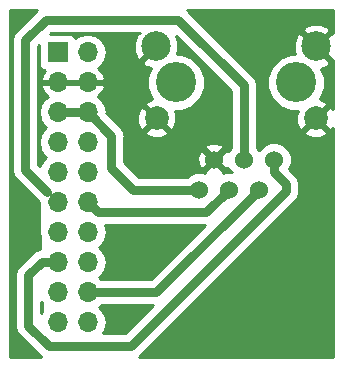
<source format=gbr>
G04 #@! TF.GenerationSoftware,KiCad,Pcbnew,5.0.2-bee76a0~70~ubuntu18.04.1*
G04 #@! TF.CreationDate,2020-01-29T09:52:59-03:00*
G04 #@! TF.ProjectId,conector,636f6e65-6374-46f7-922e-6b696361645f,rev?*
G04 #@! TF.SameCoordinates,Original*
G04 #@! TF.FileFunction,Copper,L1,Top*
G04 #@! TF.FilePolarity,Positive*
%FSLAX46Y46*%
G04 Gerber Fmt 4.6, Leading zero omitted, Abs format (unit mm)*
G04 Created by KiCad (PCBNEW 5.0.2-bee76a0~70~ubuntu18.04.1) date qua 29 jan 2020 09:52:59 -03*
%MOMM*%
%LPD*%
G01*
G04 APERTURE LIST*
G04 #@! TA.AperFunction,ComponentPad*
%ADD10R,1.700000X1.700000*%
G04 #@! TD*
G04 #@! TA.AperFunction,ComponentPad*
%ADD11O,1.700000X1.700000*%
G04 #@! TD*
G04 #@! TA.AperFunction,ComponentPad*
%ADD12C,2.000000*%
G04 #@! TD*
G04 #@! TA.AperFunction,ComponentPad*
%ADD13C,1.524000*%
G04 #@! TD*
G04 #@! TA.AperFunction,ComponentPad*
%ADD14C,3.400000*%
G04 #@! TD*
G04 #@! TA.AperFunction,ComponentPad*
%ADD15C,2.500000*%
G04 #@! TD*
G04 #@! TA.AperFunction,Conductor*
%ADD16C,0.750000*%
G04 #@! TD*
G04 #@! TA.AperFunction,Conductor*
%ADD17C,0.254000*%
G04 #@! TD*
G04 #@! TA.AperFunction,NonConductor*
%ADD18C,0.254000*%
G04 #@! TD*
G04 APERTURE END LIST*
D10*
G04 #@! TO.P,J2,1*
G04 #@! TO.N,Net-(J2-Pad1)*
X112880000Y-37914614D03*
D11*
G04 #@! TO.P,J2,2*
G04 #@! TO.N,Net-(J2-Pad2)*
X115420000Y-37914614D03*
G04 #@! TO.P,J2,3*
G04 #@! TO.N,Earth*
X112880000Y-40454614D03*
G04 #@! TO.P,J2,4*
X115420000Y-40454614D03*
G04 #@! TO.P,J2,5*
G04 #@! TO.N,+5V*
X112880000Y-42994614D03*
G04 #@! TO.P,J2,6*
X115420000Y-42994614D03*
G04 #@! TO.P,J2,7*
G04 #@! TO.N,Net-(J2-Pad7)*
X112880000Y-45534614D03*
G04 #@! TO.P,J2,8*
G04 #@! TO.N,Net-(J2-Pad8)*
X115420000Y-45534614D03*
G04 #@! TO.P,J2,9*
G04 #@! TO.N,Net-(J2-Pad9)*
X112880000Y-48074614D03*
G04 #@! TO.P,J2,10*
G04 #@! TO.N,Net-(J2-Pad10)*
X115420000Y-48074614D03*
G04 #@! TO.P,J2,11*
G04 #@! TO.N,/MISO*
X112880000Y-50614614D03*
G04 #@! TO.P,J2,12*
G04 #@! TO.N,/MOSI*
X115420000Y-50614614D03*
G04 #@! TO.P,J2,13*
G04 #@! TO.N,Net-(J2-Pad13)*
X112880000Y-53154614D03*
G04 #@! TO.P,J2,14*
G04 #@! TO.N,Net-(J2-Pad14)*
X115420000Y-53154614D03*
G04 #@! TO.P,J2,15*
G04 #@! TO.N,/CS*
X112880000Y-55694614D03*
G04 #@! TO.P,J2,16*
G04 #@! TO.N,Net-(J2-Pad16)*
X115420000Y-55694614D03*
G04 #@! TO.P,J2,17*
G04 #@! TO.N,Net-(J2-Pad17)*
X112880000Y-58234614D03*
G04 #@! TO.P,J2,18*
G04 #@! TO.N,/CLK*
X115420000Y-58234614D03*
G04 #@! TO.P,J2,19*
G04 #@! TO.N,Net-(J2-Pad19)*
X112880000Y-60774614D03*
G04 #@! TO.P,J2,20*
G04 #@! TO.N,Net-(J2-Pad20)*
X115420000Y-60774614D03*
G04 #@! TD*
D12*
G04 #@! TO.P,J1,0*
G04 #@! TO.N,Earth*
X121270000Y-43512934D03*
X134730000Y-43512934D03*
D13*
G04 #@! TO.P,J1,3*
G04 #@! TO.N,/MOSI*
X127395480Y-49533274D03*
G04 #@! TO.P,J1,5*
G04 #@! TO.N,/CLK*
X129935480Y-49533274D03*
G04 #@! TO.P,J1,1*
G04 #@! TO.N,+5V*
X124855480Y-49533274D03*
G04 #@! TO.P,J1,6*
G04 #@! TO.N,/CS*
X131205480Y-46993274D03*
G04 #@! TO.P,J1,4*
G04 #@! TO.N,/MISO*
X128665480Y-46993274D03*
G04 #@! TO.P,J1,2*
G04 #@! TO.N,Earth*
X126125480Y-46993274D03*
D14*
G04 #@! TO.P,J1,0*
G04 #@! TO.N,N/C*
X122920000Y-40465474D03*
X133080000Y-40462934D03*
D15*
G04 #@! TO.N,Earth*
X134780000Y-37415474D03*
X121220000Y-37415474D03*
G04 #@! TD*
D16*
G04 #@! TO.N,/MOSI*
X116269999Y-51464613D02*
X115420000Y-50614614D01*
X125464141Y-51464613D02*
X116269999Y-51464613D01*
X127395480Y-49533274D02*
X125464141Y-51464613D01*
G04 #@! TO.N,+5V*
X124855480Y-49533274D02*
X119288660Y-49533274D01*
X119288660Y-49533274D02*
X117430000Y-47674614D01*
X117430000Y-45004614D02*
X115420000Y-42994614D01*
X117430000Y-47674614D02*
X117430000Y-45004614D01*
X115420000Y-42994614D02*
X112880000Y-42994614D01*
G04 #@! TO.N,/CLK*
X121234140Y-58234614D02*
X115420000Y-58234614D01*
X129935480Y-49533274D02*
X121234140Y-58234614D01*
G04 #@! TO.N,/MISO*
X128665480Y-46993274D02*
X128665480Y-40720094D01*
X128665480Y-40720094D02*
X123090000Y-35144614D01*
X123090000Y-35144614D02*
X111900000Y-35144614D01*
X111900000Y-35144614D02*
X110140000Y-36904614D01*
X110140000Y-47874614D02*
X112030001Y-49764615D01*
X110140000Y-36904614D02*
X110140000Y-47874614D01*
G04 #@! TO.N,/CS*
X131205480Y-48070904D02*
X132200000Y-49065424D01*
X131205480Y-46993274D02*
X131205480Y-48070904D01*
X132200000Y-49065424D02*
X132200000Y-49690000D01*
X132200000Y-49690000D02*
X119090000Y-62800000D01*
X119090000Y-62800000D02*
X112150000Y-62800000D01*
X112150000Y-62800000D02*
X110420000Y-61070000D01*
X110420000Y-61070000D02*
X110420000Y-56800000D01*
X111525386Y-55694614D02*
X112880000Y-55694614D01*
X110420000Y-56800000D02*
X111525386Y-55694614D01*
G04 #@! TD*
D17*
G04 #@! TO.N,Earth*
G36*
X136173001Y-36288103D02*
X136113320Y-36261759D01*
X134959605Y-37415474D01*
X136113320Y-38569189D01*
X136173001Y-38542845D01*
X136173001Y-42695679D01*
X136149387Y-42638670D01*
X135882532Y-42540007D01*
X134909605Y-43512934D01*
X135882532Y-44485861D01*
X136149387Y-44387198D01*
X136173001Y-44323637D01*
X136173000Y-63687614D01*
X119745138Y-63687614D01*
X119884497Y-63594497D01*
X119945979Y-63502483D01*
X132902486Y-50545977D01*
X132994497Y-50484497D01*
X133238061Y-50119979D01*
X133302000Y-49798534D01*
X133302000Y-49798532D01*
X133323588Y-49690000D01*
X133302000Y-49581468D01*
X133302000Y-49173956D01*
X133323588Y-49065424D01*
X133302000Y-48956890D01*
X133302000Y-48956889D01*
X133238061Y-48635445D01*
X132994497Y-48270927D01*
X132902486Y-48209447D01*
X132485944Y-47792905D01*
X132694480Y-47289454D01*
X132694480Y-46697094D01*
X132467793Y-46149823D01*
X132048931Y-45730961D01*
X131501660Y-45504274D01*
X130909300Y-45504274D01*
X130362029Y-45730961D01*
X129943167Y-46149823D01*
X129935480Y-46168381D01*
X129927793Y-46149823D01*
X129767480Y-45989510D01*
X129767480Y-44665466D01*
X133757073Y-44665466D01*
X133855736Y-44932321D01*
X134465461Y-45158842D01*
X135115460Y-45134790D01*
X135604264Y-44932321D01*
X135702927Y-44665466D01*
X134730000Y-43692539D01*
X133757073Y-44665466D01*
X129767480Y-44665466D01*
X129767480Y-40828623D01*
X129789068Y-40720093D01*
X129767480Y-40611563D01*
X129767480Y-40611559D01*
X129703541Y-40290115D01*
X129574989Y-40097724D01*
X129521457Y-40017607D01*
X129521455Y-40017605D01*
X129496445Y-39980174D01*
X130653000Y-39980174D01*
X130653000Y-40945694D01*
X131022489Y-41837719D01*
X131705215Y-42520445D01*
X132597240Y-42889934D01*
X133217265Y-42889934D01*
X133084092Y-43248395D01*
X133108144Y-43898394D01*
X133310613Y-44387198D01*
X133577468Y-44485861D01*
X134550395Y-43512934D01*
X134536253Y-43498792D01*
X134715858Y-43319187D01*
X134730000Y-43333329D01*
X135702927Y-42360402D01*
X135604264Y-42093547D01*
X135077415Y-41897815D01*
X135137511Y-41837719D01*
X135507000Y-40945694D01*
X135507000Y-39980174D01*
X135218726Y-39284219D01*
X135804467Y-39041597D01*
X135933715Y-38748794D01*
X134780000Y-37595079D01*
X134765858Y-37609222D01*
X134586253Y-37429617D01*
X134600395Y-37415474D01*
X133446680Y-36261759D01*
X133153877Y-36391007D01*
X132885612Y-37091280D01*
X132905750Y-37840909D01*
X132986532Y-38035934D01*
X132597240Y-38035934D01*
X131705215Y-38405423D01*
X131022489Y-39088149D01*
X130653000Y-39980174D01*
X129496445Y-39980174D01*
X129459977Y-39925597D01*
X129367969Y-39864119D01*
X125586003Y-36082154D01*
X133626285Y-36082154D01*
X134780000Y-37235869D01*
X135933715Y-36082154D01*
X135804467Y-35789351D01*
X135104194Y-35521086D01*
X134354565Y-35541224D01*
X133755533Y-35789351D01*
X133626285Y-36082154D01*
X125586003Y-36082154D01*
X123945979Y-34442131D01*
X123884497Y-34350117D01*
X123871771Y-34341614D01*
X136173001Y-34341614D01*
X136173001Y-36288103D01*
X136173001Y-36288103D01*
G37*
X136173001Y-36288103D02*
X136113320Y-36261759D01*
X134959605Y-37415474D01*
X136113320Y-38569189D01*
X136173001Y-38542845D01*
X136173001Y-42695679D01*
X136149387Y-42638670D01*
X135882532Y-42540007D01*
X134909605Y-43512934D01*
X135882532Y-44485861D01*
X136149387Y-44387198D01*
X136173001Y-44323637D01*
X136173000Y-63687614D01*
X119745138Y-63687614D01*
X119884497Y-63594497D01*
X119945979Y-63502483D01*
X132902486Y-50545977D01*
X132994497Y-50484497D01*
X133238061Y-50119979D01*
X133302000Y-49798534D01*
X133302000Y-49798532D01*
X133323588Y-49690000D01*
X133302000Y-49581468D01*
X133302000Y-49173956D01*
X133323588Y-49065424D01*
X133302000Y-48956890D01*
X133302000Y-48956889D01*
X133238061Y-48635445D01*
X132994497Y-48270927D01*
X132902486Y-48209447D01*
X132485944Y-47792905D01*
X132694480Y-47289454D01*
X132694480Y-46697094D01*
X132467793Y-46149823D01*
X132048931Y-45730961D01*
X131501660Y-45504274D01*
X130909300Y-45504274D01*
X130362029Y-45730961D01*
X129943167Y-46149823D01*
X129935480Y-46168381D01*
X129927793Y-46149823D01*
X129767480Y-45989510D01*
X129767480Y-44665466D01*
X133757073Y-44665466D01*
X133855736Y-44932321D01*
X134465461Y-45158842D01*
X135115460Y-45134790D01*
X135604264Y-44932321D01*
X135702927Y-44665466D01*
X134730000Y-43692539D01*
X133757073Y-44665466D01*
X129767480Y-44665466D01*
X129767480Y-40828623D01*
X129789068Y-40720093D01*
X129767480Y-40611563D01*
X129767480Y-40611559D01*
X129703541Y-40290115D01*
X129574989Y-40097724D01*
X129521457Y-40017607D01*
X129521455Y-40017605D01*
X129496445Y-39980174D01*
X130653000Y-39980174D01*
X130653000Y-40945694D01*
X131022489Y-41837719D01*
X131705215Y-42520445D01*
X132597240Y-42889934D01*
X133217265Y-42889934D01*
X133084092Y-43248395D01*
X133108144Y-43898394D01*
X133310613Y-44387198D01*
X133577468Y-44485861D01*
X134550395Y-43512934D01*
X134536253Y-43498792D01*
X134715858Y-43319187D01*
X134730000Y-43333329D01*
X135702927Y-42360402D01*
X135604264Y-42093547D01*
X135077415Y-41897815D01*
X135137511Y-41837719D01*
X135507000Y-40945694D01*
X135507000Y-39980174D01*
X135218726Y-39284219D01*
X135804467Y-39041597D01*
X135933715Y-38748794D01*
X134780000Y-37595079D01*
X134765858Y-37609222D01*
X134586253Y-37429617D01*
X134600395Y-37415474D01*
X133446680Y-36261759D01*
X133153877Y-36391007D01*
X132885612Y-37091280D01*
X132905750Y-37840909D01*
X132986532Y-38035934D01*
X132597240Y-38035934D01*
X131705215Y-38405423D01*
X131022489Y-39088149D01*
X130653000Y-39980174D01*
X129496445Y-39980174D01*
X129459977Y-39925597D01*
X129367969Y-39864119D01*
X125586003Y-36082154D01*
X133626285Y-36082154D01*
X134780000Y-37235869D01*
X135933715Y-36082154D01*
X135804467Y-35789351D01*
X135104194Y-35521086D01*
X134354565Y-35541224D01*
X133755533Y-35789351D01*
X133626285Y-36082154D01*
X125586003Y-36082154D01*
X123945979Y-34442131D01*
X123884497Y-34350117D01*
X123871771Y-34341614D01*
X136173001Y-34341614D01*
X136173001Y-36288103D01*
G36*
X119886678Y-36261760D02*
X119593877Y-36391007D01*
X119325612Y-37091280D01*
X119345750Y-37840909D01*
X119593877Y-38439941D01*
X119886680Y-38569189D01*
X121040395Y-37415474D01*
X121026253Y-37401332D01*
X121205858Y-37221727D01*
X121220000Y-37235869D01*
X121234143Y-37221727D01*
X121413748Y-37401332D01*
X121399605Y-37415474D01*
X121413748Y-37429617D01*
X121234143Y-37609222D01*
X121220000Y-37595079D01*
X120066285Y-38748794D01*
X120195533Y-39041597D01*
X120788700Y-39268831D01*
X120493000Y-39982714D01*
X120493000Y-40948234D01*
X120862489Y-41840259D01*
X120912281Y-41890051D01*
X120884540Y-41891078D01*
X120395736Y-42093547D01*
X120297073Y-42360402D01*
X121270000Y-43333329D01*
X121284143Y-43319187D01*
X121463748Y-43498792D01*
X121449605Y-43512934D01*
X122422532Y-44485861D01*
X122689387Y-44387198D01*
X122915908Y-43777473D01*
X122891856Y-43127474D01*
X122794516Y-42892474D01*
X123402760Y-42892474D01*
X124294785Y-42522985D01*
X124977511Y-41840259D01*
X125347000Y-40948234D01*
X125347000Y-39982714D01*
X124977511Y-39090689D01*
X124294785Y-38407963D01*
X123402760Y-38038474D01*
X122999920Y-38038474D01*
X123114388Y-37739668D01*
X123094250Y-36990039D01*
X122894342Y-36507418D01*
X127563481Y-41176559D01*
X127563480Y-45989510D01*
X127403167Y-46149823D01*
X127352262Y-46272718D01*
X127347877Y-46262131D01*
X127105693Y-46192666D01*
X126305085Y-46993274D01*
X127105693Y-47793882D01*
X127347877Y-47724417D01*
X127351935Y-47713041D01*
X127403167Y-47836725D01*
X127610716Y-48044274D01*
X127099300Y-48044274D01*
X126879693Y-48135238D01*
X126926088Y-47973487D01*
X126125480Y-47172879D01*
X125324872Y-47973487D01*
X125371267Y-48135238D01*
X125151660Y-48044274D01*
X124559300Y-48044274D01*
X124012029Y-48270961D01*
X123851716Y-48431274D01*
X119745123Y-48431274D01*
X118532000Y-47218152D01*
X118532000Y-46785576D01*
X124716336Y-46785576D01*
X124744118Y-47340642D01*
X124903083Y-47724417D01*
X125145267Y-47793882D01*
X125945875Y-46993274D01*
X125145267Y-46192666D01*
X124903083Y-46262131D01*
X124716336Y-46785576D01*
X118532000Y-46785576D01*
X118532000Y-46013061D01*
X125324872Y-46013061D01*
X126125480Y-46813669D01*
X126926088Y-46013061D01*
X126856623Y-45770877D01*
X126333178Y-45584130D01*
X125778112Y-45611912D01*
X125394337Y-45770877D01*
X125324872Y-46013061D01*
X118532000Y-46013061D01*
X118532000Y-45113143D01*
X118553588Y-45004613D01*
X118532000Y-44896083D01*
X118532000Y-44896079D01*
X118486129Y-44665466D01*
X120297073Y-44665466D01*
X120395736Y-44932321D01*
X121005461Y-45158842D01*
X121655460Y-45134790D01*
X122144264Y-44932321D01*
X122242927Y-44665466D01*
X121270000Y-43692539D01*
X120297073Y-44665466D01*
X118486129Y-44665466D01*
X118468061Y-44574635D01*
X118404905Y-44480115D01*
X118285977Y-44302127D01*
X118285975Y-44302125D01*
X118224497Y-44210117D01*
X118132489Y-44148639D01*
X117232245Y-43248395D01*
X119624092Y-43248395D01*
X119648144Y-43898394D01*
X119850613Y-44387198D01*
X120117468Y-44485861D01*
X121090395Y-43512934D01*
X120117468Y-42540007D01*
X119850613Y-42638670D01*
X119624092Y-43248395D01*
X117232245Y-43248395D01*
X117019694Y-43035845D01*
X117027895Y-42994614D01*
X116905501Y-42379299D01*
X116556953Y-41857661D01*
X116268768Y-41665102D01*
X116301358Y-41649797D01*
X116691645Y-41221538D01*
X116861476Y-40811504D01*
X116740155Y-40581614D01*
X115547000Y-40581614D01*
X115547000Y-40601614D01*
X115293000Y-40601614D01*
X115293000Y-40581614D01*
X113007000Y-40581614D01*
X113007000Y-40601614D01*
X112753000Y-40601614D01*
X112753000Y-40581614D01*
X111559845Y-40581614D01*
X111438524Y-40811504D01*
X111608355Y-41221538D01*
X111998642Y-41649797D01*
X112031232Y-41665102D01*
X111743047Y-41857661D01*
X111394499Y-42379299D01*
X111272105Y-42994614D01*
X111394499Y-43609929D01*
X111743047Y-44131567D01*
X111942166Y-44264614D01*
X111743047Y-44397661D01*
X111394499Y-44919299D01*
X111272105Y-45534614D01*
X111394499Y-46149929D01*
X111743047Y-46671567D01*
X111942166Y-46804614D01*
X111743047Y-46937661D01*
X111394499Y-47459299D01*
X111376025Y-47552176D01*
X111242000Y-47418152D01*
X111242000Y-37361076D01*
X111288758Y-37314318D01*
X111288758Y-38764614D01*
X111345182Y-39048275D01*
X111505863Y-39288751D01*
X111746339Y-39449432D01*
X111813342Y-39462760D01*
X111608355Y-39687690D01*
X111438524Y-40097724D01*
X111559845Y-40327614D01*
X112753000Y-40327614D01*
X112753000Y-40307614D01*
X113007000Y-40307614D01*
X113007000Y-40327614D01*
X115293000Y-40327614D01*
X115293000Y-40307614D01*
X115547000Y-40307614D01*
X115547000Y-40327614D01*
X116740155Y-40327614D01*
X116861476Y-40097724D01*
X116691645Y-39687690D01*
X116301358Y-39259431D01*
X116268768Y-39244126D01*
X116556953Y-39051567D01*
X116905501Y-38529929D01*
X117027895Y-37914614D01*
X116905501Y-37299299D01*
X116556953Y-36777661D01*
X116035315Y-36429113D01*
X115575319Y-36337614D01*
X115264681Y-36337614D01*
X114804685Y-36429113D01*
X114372625Y-36717807D01*
X114254137Y-36540477D01*
X114013661Y-36379796D01*
X113730000Y-36323372D01*
X112279705Y-36323372D01*
X112356463Y-36246614D01*
X119871532Y-36246614D01*
X119886678Y-36261760D01*
X119886678Y-36261760D01*
G37*
X119886678Y-36261760D02*
X119593877Y-36391007D01*
X119325612Y-37091280D01*
X119345750Y-37840909D01*
X119593877Y-38439941D01*
X119886680Y-38569189D01*
X121040395Y-37415474D01*
X121026253Y-37401332D01*
X121205858Y-37221727D01*
X121220000Y-37235869D01*
X121234143Y-37221727D01*
X121413748Y-37401332D01*
X121399605Y-37415474D01*
X121413748Y-37429617D01*
X121234143Y-37609222D01*
X121220000Y-37595079D01*
X120066285Y-38748794D01*
X120195533Y-39041597D01*
X120788700Y-39268831D01*
X120493000Y-39982714D01*
X120493000Y-40948234D01*
X120862489Y-41840259D01*
X120912281Y-41890051D01*
X120884540Y-41891078D01*
X120395736Y-42093547D01*
X120297073Y-42360402D01*
X121270000Y-43333329D01*
X121284143Y-43319187D01*
X121463748Y-43498792D01*
X121449605Y-43512934D01*
X122422532Y-44485861D01*
X122689387Y-44387198D01*
X122915908Y-43777473D01*
X122891856Y-43127474D01*
X122794516Y-42892474D01*
X123402760Y-42892474D01*
X124294785Y-42522985D01*
X124977511Y-41840259D01*
X125347000Y-40948234D01*
X125347000Y-39982714D01*
X124977511Y-39090689D01*
X124294785Y-38407963D01*
X123402760Y-38038474D01*
X122999920Y-38038474D01*
X123114388Y-37739668D01*
X123094250Y-36990039D01*
X122894342Y-36507418D01*
X127563481Y-41176559D01*
X127563480Y-45989510D01*
X127403167Y-46149823D01*
X127352262Y-46272718D01*
X127347877Y-46262131D01*
X127105693Y-46192666D01*
X126305085Y-46993274D01*
X127105693Y-47793882D01*
X127347877Y-47724417D01*
X127351935Y-47713041D01*
X127403167Y-47836725D01*
X127610716Y-48044274D01*
X127099300Y-48044274D01*
X126879693Y-48135238D01*
X126926088Y-47973487D01*
X126125480Y-47172879D01*
X125324872Y-47973487D01*
X125371267Y-48135238D01*
X125151660Y-48044274D01*
X124559300Y-48044274D01*
X124012029Y-48270961D01*
X123851716Y-48431274D01*
X119745123Y-48431274D01*
X118532000Y-47218152D01*
X118532000Y-46785576D01*
X124716336Y-46785576D01*
X124744118Y-47340642D01*
X124903083Y-47724417D01*
X125145267Y-47793882D01*
X125945875Y-46993274D01*
X125145267Y-46192666D01*
X124903083Y-46262131D01*
X124716336Y-46785576D01*
X118532000Y-46785576D01*
X118532000Y-46013061D01*
X125324872Y-46013061D01*
X126125480Y-46813669D01*
X126926088Y-46013061D01*
X126856623Y-45770877D01*
X126333178Y-45584130D01*
X125778112Y-45611912D01*
X125394337Y-45770877D01*
X125324872Y-46013061D01*
X118532000Y-46013061D01*
X118532000Y-45113143D01*
X118553588Y-45004613D01*
X118532000Y-44896083D01*
X118532000Y-44896079D01*
X118486129Y-44665466D01*
X120297073Y-44665466D01*
X120395736Y-44932321D01*
X121005461Y-45158842D01*
X121655460Y-45134790D01*
X122144264Y-44932321D01*
X122242927Y-44665466D01*
X121270000Y-43692539D01*
X120297073Y-44665466D01*
X118486129Y-44665466D01*
X118468061Y-44574635D01*
X118404905Y-44480115D01*
X118285977Y-44302127D01*
X118285975Y-44302125D01*
X118224497Y-44210117D01*
X118132489Y-44148639D01*
X117232245Y-43248395D01*
X119624092Y-43248395D01*
X119648144Y-43898394D01*
X119850613Y-44387198D01*
X120117468Y-44485861D01*
X121090395Y-43512934D01*
X120117468Y-42540007D01*
X119850613Y-42638670D01*
X119624092Y-43248395D01*
X117232245Y-43248395D01*
X117019694Y-43035845D01*
X117027895Y-42994614D01*
X116905501Y-42379299D01*
X116556953Y-41857661D01*
X116268768Y-41665102D01*
X116301358Y-41649797D01*
X116691645Y-41221538D01*
X116861476Y-40811504D01*
X116740155Y-40581614D01*
X115547000Y-40581614D01*
X115547000Y-40601614D01*
X115293000Y-40601614D01*
X115293000Y-40581614D01*
X113007000Y-40581614D01*
X113007000Y-40601614D01*
X112753000Y-40601614D01*
X112753000Y-40581614D01*
X111559845Y-40581614D01*
X111438524Y-40811504D01*
X111608355Y-41221538D01*
X111998642Y-41649797D01*
X112031232Y-41665102D01*
X111743047Y-41857661D01*
X111394499Y-42379299D01*
X111272105Y-42994614D01*
X111394499Y-43609929D01*
X111743047Y-44131567D01*
X111942166Y-44264614D01*
X111743047Y-44397661D01*
X111394499Y-44919299D01*
X111272105Y-45534614D01*
X111394499Y-46149929D01*
X111743047Y-46671567D01*
X111942166Y-46804614D01*
X111743047Y-46937661D01*
X111394499Y-47459299D01*
X111376025Y-47552176D01*
X111242000Y-47418152D01*
X111242000Y-37361076D01*
X111288758Y-37314318D01*
X111288758Y-38764614D01*
X111345182Y-39048275D01*
X111505863Y-39288751D01*
X111746339Y-39449432D01*
X111813342Y-39462760D01*
X111608355Y-39687690D01*
X111438524Y-40097724D01*
X111559845Y-40327614D01*
X112753000Y-40327614D01*
X112753000Y-40307614D01*
X113007000Y-40307614D01*
X113007000Y-40327614D01*
X115293000Y-40327614D01*
X115293000Y-40307614D01*
X115547000Y-40307614D01*
X115547000Y-40327614D01*
X116740155Y-40327614D01*
X116861476Y-40097724D01*
X116691645Y-39687690D01*
X116301358Y-39259431D01*
X116268768Y-39244126D01*
X116556953Y-39051567D01*
X116905501Y-38529929D01*
X117027895Y-37914614D01*
X116905501Y-37299299D01*
X116556953Y-36777661D01*
X116035315Y-36429113D01*
X115575319Y-36337614D01*
X115264681Y-36337614D01*
X114804685Y-36429113D01*
X114372625Y-36717807D01*
X114254137Y-36540477D01*
X114013661Y-36379796D01*
X113730000Y-36323372D01*
X112279705Y-36323372D01*
X112356463Y-36246614D01*
X119871532Y-36246614D01*
X119886678Y-36261760D01*
D18*
G36*
X120777678Y-57132614D02*
X116580308Y-57132614D01*
X116556953Y-57097661D01*
X116357834Y-56964614D01*
X116556953Y-56831567D01*
X116905501Y-56309929D01*
X117027895Y-55694614D01*
X116905501Y-55079299D01*
X116556953Y-54557661D01*
X116357834Y-54424614D01*
X116556953Y-54291567D01*
X116905501Y-53769929D01*
X117027895Y-53154614D01*
X116910934Y-52566613D01*
X125343678Y-52566613D01*
X120777678Y-57132614D01*
X120777678Y-57132614D01*
G37*
X120777678Y-57132614D02*
X116580308Y-57132614D01*
X116556953Y-57097661D01*
X116357834Y-56964614D01*
X116556953Y-56831567D01*
X116905501Y-56309929D01*
X117027895Y-55694614D01*
X116905501Y-55079299D01*
X116556953Y-54557661D01*
X116357834Y-54424614D01*
X116556953Y-54291567D01*
X116905501Y-53769929D01*
X117027895Y-53154614D01*
X116910934Y-52566613D01*
X125343678Y-52566613D01*
X120777678Y-57132614D01*
G36*
X118633538Y-61698000D02*
X116699654Y-61698000D01*
X116905501Y-61389929D01*
X117027895Y-60774614D01*
X116905501Y-60159299D01*
X116556953Y-59637661D01*
X116357834Y-59504614D01*
X116556953Y-59371567D01*
X116580308Y-59336614D01*
X120994924Y-59336614D01*
X118633538Y-61698000D01*
X118633538Y-61698000D01*
G37*
X118633538Y-61698000D02*
X116699654Y-61698000D01*
X116905501Y-61389929D01*
X117027895Y-60774614D01*
X116905501Y-60159299D01*
X116556953Y-59637661D01*
X116357834Y-59504614D01*
X116556953Y-59371567D01*
X116580308Y-59336614D01*
X120994924Y-59336614D01*
X118633538Y-61698000D01*
G36*
X111105503Y-34350117D02*
X111044023Y-34442128D01*
X109437517Y-36048635D01*
X109345503Y-36110117D01*
X109101939Y-36474636D01*
X109038000Y-36796080D01*
X109038000Y-36796083D01*
X109016412Y-36904614D01*
X109038000Y-37013145D01*
X109038001Y-47766078D01*
X109016412Y-47874614D01*
X109101939Y-48304592D01*
X109276882Y-48566412D01*
X109345504Y-48669111D01*
X109437515Y-48730591D01*
X111270567Y-50563644D01*
X111273011Y-50751651D01*
X111273070Y-50754215D01*
X111341245Y-52807027D01*
X111272105Y-53154614D01*
X111368959Y-53641530D01*
X111400652Y-54595836D01*
X111095407Y-54656553D01*
X110730889Y-54900117D01*
X110669409Y-54992128D01*
X109717515Y-55944023D01*
X109625504Y-56005503D01*
X109564024Y-56097514D01*
X109564023Y-56097515D01*
X109381939Y-56370022D01*
X109296412Y-56800000D01*
X109318001Y-56908536D01*
X109318000Y-60961468D01*
X109296412Y-61070000D01*
X109318000Y-61178531D01*
X109318000Y-61178534D01*
X109381939Y-61499978D01*
X109625503Y-61864497D01*
X109717517Y-61925979D01*
X111294025Y-63502489D01*
X111355503Y-63594497D01*
X111447511Y-63655975D01*
X111447513Y-63655977D01*
X111494861Y-63687614D01*
X108827000Y-63687614D01*
X108827000Y-34341614D01*
X111118229Y-34341614D01*
X111105503Y-34350117D01*
X111105503Y-34350117D01*
G37*
X111105503Y-34350117D02*
X111044023Y-34442128D01*
X109437517Y-36048635D01*
X109345503Y-36110117D01*
X109101939Y-36474636D01*
X109038000Y-36796080D01*
X109038000Y-36796083D01*
X109016412Y-36904614D01*
X109038000Y-37013145D01*
X109038001Y-47766078D01*
X109016412Y-47874614D01*
X109101939Y-48304592D01*
X109276882Y-48566412D01*
X109345504Y-48669111D01*
X109437515Y-48730591D01*
X111270567Y-50563644D01*
X111273011Y-50751651D01*
X111273070Y-50754215D01*
X111341245Y-52807027D01*
X111272105Y-53154614D01*
X111368959Y-53641530D01*
X111400652Y-54595836D01*
X111095407Y-54656553D01*
X110730889Y-54900117D01*
X110669409Y-54992128D01*
X109717515Y-55944023D01*
X109625504Y-56005503D01*
X109564024Y-56097514D01*
X109564023Y-56097515D01*
X109381939Y-56370022D01*
X109296412Y-56800000D01*
X109318001Y-56908536D01*
X109318000Y-60961468D01*
X109296412Y-61070000D01*
X109318000Y-61178531D01*
X109318000Y-61178534D01*
X109381939Y-61499978D01*
X109625503Y-61864497D01*
X109717517Y-61925979D01*
X111294025Y-63502489D01*
X111355503Y-63594497D01*
X111447511Y-63655975D01*
X111447513Y-63655977D01*
X111494861Y-63687614D01*
X108827000Y-63687614D01*
X108827000Y-34341614D01*
X111118229Y-34341614D01*
X111105503Y-34350117D01*
G36*
X111549642Y-59082117D02*
X111576376Y-59887101D01*
X111522000Y-59968481D01*
X111522000Y-59040747D01*
X111549642Y-59082117D01*
X111549642Y-59082117D01*
G37*
X111549642Y-59082117D02*
X111576376Y-59887101D01*
X111522000Y-59968481D01*
X111522000Y-59040747D01*
X111549642Y-59082117D01*
G36*
X111288758Y-37700349D02*
X111242000Y-37893083D01*
X111242000Y-37361076D01*
X111288758Y-37314318D01*
X111288758Y-37700349D01*
X111288758Y-37700349D01*
G37*
X111288758Y-37700349D02*
X111242000Y-37893083D01*
X111242000Y-37361076D01*
X111288758Y-37314318D01*
X111288758Y-37700349D01*
G04 #@! TD*
M02*

</source>
